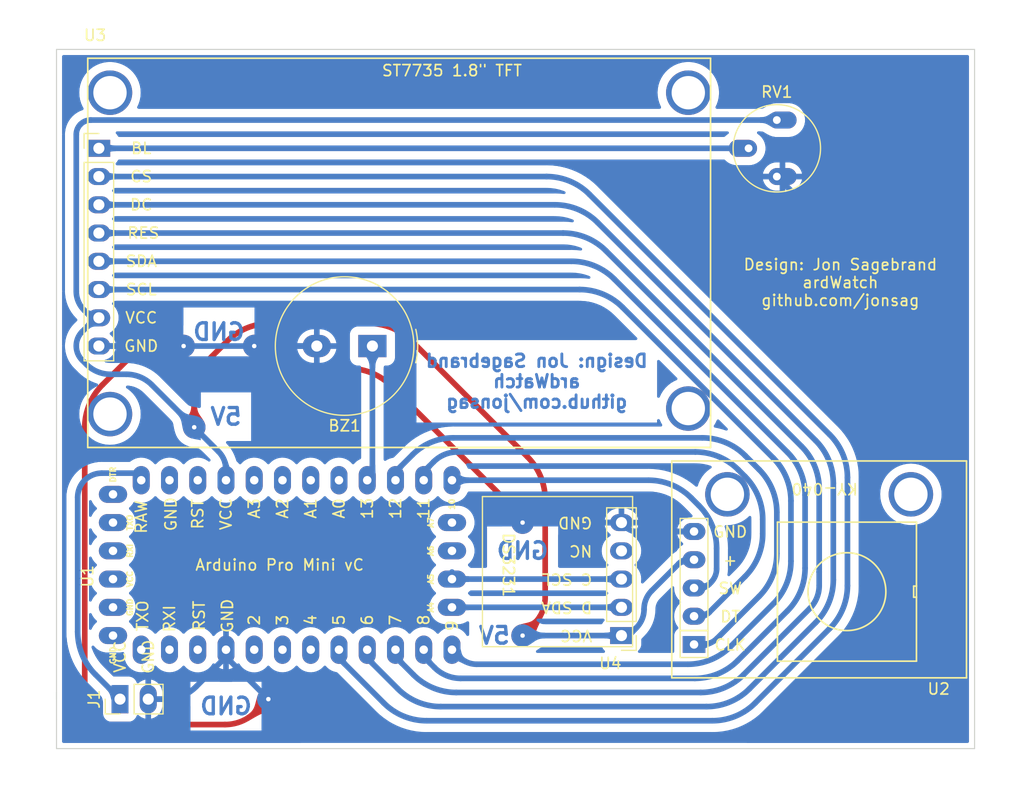
<source format=kicad_pcb>
(kicad_pcb (version 20211014) (generator pcbnew)
  (layers (0 "F.Cu" signal) (31 "B.Cu" signal) (34 "B.Paste" user) (35 "F.Paste" user) (36 "B.SilkS" user "B.Silkscreen") (37 "F.SilkS" user "F.Silkscreen") (38 "B.Mask" user) (39 "F.Mask" user) (44 "Edge.Cuts" user))
  (net 0 "")
  (net 1 "GND")
  (net 4 "VCC")
  (net 7 "+5V")
  (net 21 "SDA")
  (net 23 "SCL")
  (net 27 "Net-(U1-Pad21)")
  (net 28 "Net-(U1-Pad22)")
  (net 29 "Net-(U1-Pad23)")
  (net 30 "Net-(U1-Pad24)")
  (net 31 "Net-(U1-Pad8)")
  (net 32 "Net-(U1-Pad9)")
  (net 33 "Net-(U1-Pad10)")
  (net 34 "Net-(U1-Pad11)")
  (net 35 "Net-(U1-Pad12)")
  (net 36 "Net-(U3-Pad1)")
  (footprint "My_Parts:DS3231_RTC_module_large" (layer "F.Cu") (at 127 102.235 180)
    (fp_text reference "U4")
    (fp_text value "DS3231_RTC_module" hide)
  )
  (footprint "My_Arduino:Arduino_Pro_Mini_vC_larger_pads" (layer "F.Cu") (at 83.82 103.505 90)
    (fp_text reference "U1")
    (fp_text value "Arduino_Mini_Pro" hide)
  )
  (footprint "My_Parts:KY-040_rotary_encoder module_w_header_large" (layer "F.Cu") (at 133.525 103.035 180)
    (fp_text reference "U2")
    (fp_text value "KY-040_Rotary_Encoder" hide)
  )
  (footprint "My_Misc:Buzzer_TDK_PS1240P02BT_D12.2mm_H6.5mm_large" (layer "F.Cu") (at 104.605785 76.2 180)
    (fp_text reference "BZ1")
    (fp_text value "Buzzer")
  )
  (footprint "My_Headers:2-pin_power_input_header_larger_pads" (layer "F.Cu") (at 81.91 107.95 90)
    (fp_text reference "J1")
    (fp_text value "2-pin_power_input_header" hide)
  )
  (footprint "My_Parts:ST7735_1.8_TFT_display_128x160_large" (layer "F.Cu") (at 80.01 58.42)
    (fp_text reference "U3")
    (fp_text value "ST7735_1.8\"_TFT_128x160" hide)
  )
  (footprint "My_Misc:Potentiometer_Bourns_3339P_Vertical_large" (layer "F.Cu") (at 140.97 60.96)
    (fp_text reference "RV1")
    (fp_text value "Backlight")
  )
  (gr_line (start 153.67 49.53) (end 158.75 49.53) (layer "Edge.Cuts") (width 0.1))
  (gr_line (start 142.24 49.53) (end 153.67 49.53) (layer "Edge.Cuts") (width 0.1))
  (gr_line (start 76.2 109.855) (end 76.2 107.315) (layer "Edge.Cuts") (width 0.1))
  (gr_line (start 142.24 49.53) (end 76.2 49.53) (layer "Edge.Cuts") (width 0.1))
  (gr_line (start 76.2 112.395) (end 76.2 109.855) (layer "Edge.Cuts") (width 0.1))
  (gr_line (start 158.75 49.53) (end 158.75 112.395) (layer "Edge.Cuts") (width 0.1))
  (gr_line (start 76.2 49.53) (end 76.2 107.95) (layer "Edge.Cuts") (width 0.1))
  (gr_line (start 158.75 112.395) (end 76.2 112.395) (layer "Edge.Cuts") (width 0.1))
  (gr_text "GND" (at 118.11 94.615) (layer "B.Cu") (effects (font (size 1.5 1.5) (thickness 0.3)) (justify mirror)))
  (gr_text "5V" (at 115.57 102.235) (layer "B.Cu") (effects (font (size 1.5 1.5) (thickness 0.3)) (justify mirror)))
  (gr_text "GND" (at 91.44 108.585) (layer "B.Cu") (effects (font (size 1.5 1.5) (thickness 0.3)) (justify mirror)))
  (gr_text "5V" (at 91.44 82.55) (layer "B.Cu") (effects (font (size 1.5 1.5) (thickness 0.3)) (justify mirror)))
  (gr_text "GND" (at 90.805 74.93) (layer "B.Cu") (effects (font (size 1.5 1.5) (thickness 0.3)) (justify mirror)))
  (gr_text "Design: Jon Sagebrand\nardWatch\ngithub.com/jonsag" (at 119.38 79.375) (layer "B.Cu") (effects (font (size 1.143 1.143) (thickness 0.254)) (justify mirror)))
  (gr_text "Design: Jon Sagebrand\nardWatch\ngithub.com/jonsag" (at 146.685 70.485) (layer "F.SilkS") (effects (font (size 1 1))))
  (segment (start 102.478339 78.215511) (end 97.420692 78.215511) (width 0.508) (layer "F.Cu") (net 1))
  (segment (start 85.725 76.2) (end 87.63 76.2) (width 0.508) (layer "F.Cu") (net 1))
  (segment (start 106.326095 79.809303) (end 117.93966 91.422868) (width 0.508) (layer "F.Cu") (net 1))
  (segment (start 78.74 83.533963) (end 78.74 108.501925) (width 0.508) (layer "F.Cu") (net 1))
  (segment (start 94.107244 109.092755) (end 95.25 107.95) (width 0.508) (layer "F.Cu") (net 1))
  (segment (start 91.348388 110.235511) (end 80.473585 110.235511) (width 0.508) (layer "F.Cu") (net 1))
  (segment (start 80.333792 79.686206) (end 82.472961 77.547038) (width 0.508) (layer "F.Cu") (net 1))
  (segment (start 93.98 76.2) (end 94.987755 77.207755) (width 0.508) (layer "F.Cu") (net 1))
  (segment (start 118.11 92.075) (end 118.11 91.834104) (width 0.508) (layer "F.Cu") (net 1))
  (via (at 93.98 76.2) (size 2.032) (drill 0.4) (layers "F.Cu" "B.Cu") (net 1))
  (via (at 95.25 107.95) (size 2.032) (drill 0.4) (layers "F.Cu" "B.Cu") (net 1))
  (via (at 118.11 92.075) (size 2.032) (drill 0.4) (layers "F.Cu" "B.Cu") (net 1))
  (via (at 87.63 76.2) (size 2.032) (drill 0.4) (layers "F.Cu" "B.Cu") (net 1))
  (arc (start 85.725 76.2) (mid 83.965009 76.550083) (end 82.472961 77.547038) (width 0.508) (layer "F.Cu") (net 1))
  (arc (start 106.326095 79.809303) (mid 104.560729 78.629724) (end 102.478339 78.215511) (width 0.508) (layer "F.Cu") (net 1))
  (arc (start 117.93966 91.422868) (mid 118.06573 91.611544) (end 118.11 91.834104) (width 0.508) (layer "F.Cu") (net 1))
  (arc (start 79.247755 109.727755) (mid 79.81017 110.103549) (end 80.473585 110.235511) (width 0.508) (layer "F.Cu") (net 1))
  (arc (start 80.333792 79.686206) (mid 79.154213 81.451572) (end 78.74 83.533963) (width 0.508) (layer "F.Cu") (net 1))
  (arc (start 78.74 108.501925) (mid 78.871961 109.165339) (end 79.247755 109.727755) (width 0.508) (layer "F.Cu") (net 1))
  (arc (start 94.107244 109.092755) (mid 92.84147 109.938518) (end 91.348388 110.235511) (width 0.508) (layer "F.Cu") (net 1))
  (arc (start 94.987755 77.207755) (mid 96.103996 77.953603) (end 97.420692 78.215511) (width 0.508) (layer "F.Cu") (net 1))
  (segment (start 95.25 107.95) (end 96.866318 109.566318) (width 0.508) (layer "B.Cu") (net 1))
  (segment (start 139.550169 109.566318) (end 146.996207 102.12028) (width 0.508) (layer "B.Cu") (net 1))
  (segment (start 95.25 107.95) (end 91.889012 104.589012) (width 0.508) (layer "B.Cu") (net 1))
  (segment (start 146.996207 66.986207) (end 140.97 60.96) (width 0.508) (layer "B.Cu") (net 1))
  (segment (start 86.04 107.95) (end 84.45 107.95) (width 0.508) (layer "B.Cu") (net 1))
  (segment (start 135.702413 111.160111) (end 100.714074 111.160111) (width 0.508) (layer "B.Cu") (net 1))
  (segment (start 128.365685 92.875) (end 133.525 92.875) (width 0.508) (layer "B.Cu") (net 1))
  (segment (start 88.754299 106.8257) (end 90.990987 104.589012) (width 0.508) (layer "B.Cu") (net 1))
  (segment (start 93.98 76.2) (end 99.605785 76.2) (width 0.508) (layer "B.Cu") (net 1))
  (segment (start 91.44 103.505) (end 91.44 102.87) (width 0.508) (layer "B.Cu") (net 1))
  (segment (start 148.59 98.272524) (end 148.59 70.833963) (width 0.508) (layer "B.Cu") (net 1))
  (segment (start 87.63 76.2) (end 80.01 76.2) (width 0.508) (layer "B.Cu") (net 1))
  (segment (start 93.98 76.2) (end 87.63 76.2) (width 0.508) (layer "B.Cu") (net 1))
  (segment (start 118.11 92.075) (end 126.434314 92.075) (width 0.508) (layer "B.Cu") (net 1))
  (arc (start 91.889012 104.589012) (mid 91.439999 104.403025) (end 90.990987 104.589012) (width 0.508) (layer "B.Cu") (net 1))
  (arc (start 96.866318 109.566318) (mid 98.631683 110.745897) (end 100.714074 111.160111) (width 0.508) (layer "B.Cu") (net 1))
  (arc (start 90.990987 104.589012) (mid 91.323305 104.091663) (end 91.44 103.505) (width 0.508) (layer "B.Cu") (net 1))
  (arc (start 127.4 92.475) (mid 126.956939 92.178956) (end 126.434314 92.075) (width 0.508) (layer "B.Cu") (net 1))
  (arc (start 139.550169 109.566318) (mid 137.784803 110.745897) (end 135.702413 111.160111) (width 0.508) (layer "B.Cu") (net 1))
  (arc (start 146.996207 66.986207) (mid 148.175786 68.751572) (end 148.59 70.833963) (width 0.508) (layer "B.Cu") (net 1))
  (arc (start 148.59 98.272524) (mid 148.175786 100.354914) (end 146.996207 102.12028) (width 0.508) (layer "B.Cu") (net 1))
  (arc (start 127.4 92.475) (mid 127.84306 92.771043) (end 128.365685 92.875) (width 0.508) (layer "B.Cu") (net 1))
  (arc (start 88.754299 106.8257) (mid 87.508968 107.657803) (end 86.04 107.95) (width 0.508) (layer "B.Cu") (net 1))
  (arc (start 91.44 103.505) (mid 91.556694 104.091663) (end 91.889012 104.589012) (width 0.508) (layer "B.Cu") (net 1))
  (segment (start 80.273025 87.63) (end 83.185 87.63) (width 0.508) (layer "B.Cu") (net 4))
  (segment (start 78.105 89.798025) (end 78.105 101.886036) (width 0.508) (layer "B.Cu") (net 4))
  (segment (start 81.91 107.9475) (end 81.91 107.95) (width 0.508) (layer "B.Cu") (net 4))
  (segment (start 81.908232 107.943232) (end 79.698792 105.733792) (width 0.508) (layer "B.Cu") (net 4))
  (arc (start 78.74 88.265) (mid 78.270031 88.968357) (end 78.105 89.798025) (width 0.508) (layer "B.Cu") (net 4))
  (arc (start 80.273025 87.63) (mid 79.443357 87.795031) (end 78.74 88.265) (width 0.508) (layer "B.Cu") (net 4))
  (arc (start 78.105 101.886036) (mid 78.519213 103.968426) (end 79.698792 105.733792) (width 0.508) (layer "B.Cu") (net 4))
  (arc (start 81.908232 107.943232) (mid 81.90954 107.94519) (end 81.91 107.9475) (width 0.508) (layer "B.Cu") (net 4))
  (segment (start 118.11 102.235) (end 119.125755 101.219244) (width 0.508) (layer "F.Cu") (net 7))
  (segment (start 88.5825 80.978472) (end 88.5825 83.5025) (width 0.508) (layer "F.Cu") (net 7))
  (segment (start 91.544726 75.762281) (end 90.176292 77.130716) (width 0.508) (layer "F.Cu") (net 7))
  (segment (start 120.141511 90.010474) (end 120.141511 98.766993) (width 0.508) (layer "F.Cu") (net 7))
  (segment (start 118.547718 86.162718) (end 108.147281 75.762281) (width 0.508) (layer "F.Cu") (net 7))
  (segment (start 95.392483 74.168489) (end 104.299525 74.168489) (width 0.508) (layer "F.Cu") (net 7))
  (via (at 88.5825 83.5025) (size 2.032) (drill 0.4) (layers "F.Cu" "B.Cu") (net 7))
  (via (at 118.11 102.235) (size 2.032) (drill 0.4) (layers "F.Cu" "B.Cu") (net 7))
  (arc (start 118.547718 86.162718) (mid 119.727297 87.928083) (end 120.141511 90.010474) (width 0.508) (layer "F.Cu") (net 7))
  (arc (start 108.147281 75.762281) (mid 106.381915 74.582702) (end 104.299525 74.168489) (width 0.508) (layer "F.Cu") (net 7))
  (arc (start 95.392483 74.168489) (mid 93.310092 74.582702) (end 91.544726 75.762281) (width 0.508) (layer "F.Cu") (net 7))
  (arc (start 90.176292 77.130716) (mid 88.996713 78.896081) (end 88.5825 80.978472) (width 0.508) (layer "F.Cu") (net 7))
  (arc (start 120.141511 98.766993) (mid 119.877524 100.094141) (end 119.125755 101.219244) (width 0.508) (layer "F.Cu") (net 7))
  (segment (start 129.719534 98.204464) (end 132.149789 95.77421) (width 0.508) (layer "B.Cu") (net 7))
  (segment (start 128.343504 101.526494) (end 127.859506 102.010493) (width 0.508) (layer "B.Cu") (net 7))
  (segment (start 81.057636 78.74) (end 82.472961 78.74) (width 0.508) (layer "B.Cu") (net 7))
  (segment (start 91.44 87.3125) (end 91.44 88.265) (width 0.508) (layer "B.Cu") (net 7))
  (segment (start 133.017 95.415) (end 133.525 95.415) (width 0.508) (layer "B.Cu") (net 7))
  (segment (start 78.67674 72.96174) (end 79.375 73.66) (width 0.508) (layer "B.Cu") (net 7))
  (segment (start 86.6775 81.5975) (end 88.5825 83.5025) (width 0.508) (layer "B.Cu") (net 7))
  (segment (start 127.3175 102.235) (end 126.6825 102.235) (width 0.508) (layer "B.Cu") (net 7))
  (segment (start 90.76648 85.68648) (end 88.5825 83.5025) (width 0.508) (layer "B.Cu") (net 7))
  (segment (start 78.508368 74.90763) (end 79.666197 73.749802) (width 0.508) (layer "B.Cu") (net 7))
  (segment (start 78.508368 77.46616) (end 78.880344 77.838136) (width 0.508) (layer "B.Cu") (net 7))
  (segment (start 77.97848 57.181665) (end 77.97848 71.275991) (width 0.508) (layer "B.Cu") (net 7))
  (segment (start 84.7725 79.6925) (end 86.6775 81.5975) (width 0.508) (layer "B.Cu") (net 7))
  (segment (start 79.280145 55.88) (end 140.97 55.88) (width 0.508) (layer "B.Cu") (net 7))
  (segment (start 79.883 73.66) (end 80.01 73.66) (width 0.508) (layer "B.Cu") (net 7))
  (segment (start 118.11 102.235) (end 126.6825 102.235) (width 0.508) (layer "B.Cu") (net 7))
  (arc (start 129.719534 98.204464) (mid 129.210329 98.966544) (end 129.03152 99.86548) (width 0.508) (layer "B.Cu") (net 7))
  (arc (start 79.280145 55.88) (mid 78.782019 55.979083) (end 78.359729 56.261249) (width 0.508) (layer "B.Cu") (net 7))
  (arc (start 78.359729 56.261249) (mid 78.077563 56.683539) (end 77.97848 57.181665) (width 0.508) (layer "B.Cu") (net 7))
  (arc (start 79.883 73.66) (mid 79.765667 73.683338) (end 79.666197 73.749802) (width 0.508) (layer "B.Cu") (net 7))
  (arc (start 127.859506 102.010493) (mid 127.610831 102.176652) (end 127.3175 102.235) (width 0.508) (layer "B.Cu") (net 7))
  (arc (start 77.97848 71.275991) (mid 78.159951 72.188311) (end 78.67674 72.96174) (width 0.508) (layer "B.Cu") (net 7))
  (arc (start 84.7725 79.6925) (mid 83.717462 78.987546) (end 82.472961 78.74) (width 0.508) (layer "B.Cu") (net 7))
  (arc (start 129.03152 99.86548) (mid 128.85271 100.764414) (end 128.343504 101.526494) (width 0.508) (layer "B.Cu") (net 7))
  (arc (start 78.508368 74.90763) (mid 78.116193 75.494562) (end 77.97848 76.186896) (width 0.508) (layer "B.Cu") (net 7))
  (arc (start 90.76648 85.68648) (mid 91.264957 86.432504) (end 91.44 87.3125) (width 0.508) (layer "B.Cu") (net 7))
  (arc (start 77.97848 76.186896) (mid 78.116193 76.879228) (end 78.508368 77.46616) (width 0.508) (layer "B.Cu") (net 7))
  (arc (start 78.880344 77.838136) (mid 79.879294 78.505613) (end 81.057636 78.74) (width 0.508) (layer "B.Cu") (net 7))
  (arc (start 133.017 95.415) (mid 132.547669 95.508355) (end 132.149789 95.77421) (width 0.508) (layer "B.Cu") (net 7))
  (segment (start 111.76 99.695) (end 127 99.695) (width 0.508) (layer "B.Cu") (net 21))
  (segment (start 112.0775 97.155) (end 127 97.155) (width 0.508) (layer "B.Cu") (net 23))
  (segment (start 111.76 96.8375) (end 111.76 96.52) (width 0.508) (layer "B.Cu") (net 23))
  (arc (start 111.76 96.8375) (mid 111.852993 97.062006) (end 112.0775 97.155) (width 0.508) (layer "B.Cu") (net 23))
  (segment (start 104.372892 88.032107) (end 104.14 88.265) (width 0.508) (layer "B.Cu") (net 27))
  (segment (start 104.605785 87.469855) (end 104.605785 76.2) (width 0.508) (layer "B.Cu") (net 27))
  (arc (start 104.605785 87.469855) (mid 104.545258 87.774143) (end 104.372892 88.032107) (width 0.508) (layer "B.Cu") (net 27))
  (segment (start 108.203999 85.978999) (end 106.949407 87.233592) (width 0.508) (layer "B.Cu") (net 28))
  (segment (start 135.587815 102.496184) (end 139.375727 98.708272) (width 0.508) (layer "B.Cu") (net 28))
  (segment (start 138.118792 86.048792) (end 139.375727 87.305727) (width 0.508) (layer "B.Cu") (net 28))
  (segment (start 134.271036 84.455) (end 111.883261 84.455) (width 0.508) (layer "B.Cu") (net 28))
  (segment (start 140.96952 94.860516) (end 140.96952 91.153483) (width 0.508) (layer "B.Cu") (net 28))
  (segment (start 106.68 87.884) (end 106.68 88.265) (width 0.508) (layer "B.Cu") (net 28))
  (segment (start 134.287 103.035) (end 133.525 103.035) (width 0.508) (layer "B.Cu") (net 28))
  (arc (start 111.883261 84.455) (mid 109.892059 84.851074) (end 108.203999 85.978999) (width 0.508) (layer "B.Cu") (net 28))
  (arc (start 135.587815 102.496184) (mid 134.990996 102.894966) (end 134.287 103.035) (width 0.508) (layer "B.Cu") (net 28))
  (arc (start 138.118792 86.048792) (mid 136.353426 84.869213) (end 134.271036 84.455) (width 0.508) (layer "B.Cu") (net 28))
  (arc (start 139.375727 87.305727) (mid 140.555306 89.071092) (end 140.96952 91.153483) (width 0.508) (layer "B.Cu") (net 28))
  (arc (start 106.949407 87.233592) (mid 106.750016 87.532001) (end 106.68 87.884) (width 0.508) (layer "B.Cu") (net 28))
  (arc (start 140.96952 94.860516) (mid 140.555306 96.942906) (end 139.375727 98.708272) (width 0.508) (layer "B.Cu") (net 28))
  (segment (start 109.489407 87.233592) (end 110.109 86.614) (width 0.508) (layer "B.Cu") (net 29))
  (segment (start 133.64869 85.725) (end 112.255235 85.725) (width 0.508) (layer "B.Cu") (net 29))
  (segment (start 134.90021 100.135789) (end 138.106207 96.929792) (width 0.508) (layer "B.Cu") (net 29))
  (segment (start 138.106207 87.928553) (end 137.496446 87.318792) (width 0.508) (layer "B.Cu") (net 29))
  (segment (start 134.033 100.495) (end 133.525 100.495) (width 0.508) (layer "B.Cu") (net 29))
  (segment (start 139.7 93.082036) (end 139.7 91.776309) (width 0.508) (layer "B.Cu") (net 29))
  (segment (start 109.22 87.884) (end 109.22 88.265) (width 0.508) (layer "B.Cu") (net 29))
  (arc (start 138.106207 87.928553) (mid 139.285786 89.693918) (end 139.7 91.776309) (width 0.508) (layer "B.Cu") (net 29))
  (arc (start 134.90021 100.135789) (mid 134.50233 100.401644) (end 134.033 100.495) (width 0.508) (layer "B.Cu") (net 29))
  (arc (start 137.496446 87.318792) (mid 135.73108 86.139213) (end 133.64869 85.725) (width 0.508) (layer "B.Cu") (net 29))
  (arc (start 109.489407 87.233592) (mid 109.290016 87.532001) (end 109.22 87.884) (width 0.508) (layer "B.Cu") (net 29))
  (arc (start 112.255235 85.725) (mid 111.093701 85.956043) (end 110.109 86.614) (width 0.508) (layer "B.Cu") (net 29))
  (arc (start 139.7 93.082036) (mid 139.285786 95.164426) (end 138.106207 96.929792) (width 0.508) (layer "B.Cu") (net 29))
  (segment (start 134.033 97.955) (end 133.525 97.955) (width 0.508) (layer "B.Cu") (net 30))
  (segment (start 133.962727 90.544935) (end 133.276584 89.858792) (width 0.508) (layer "B.Cu") (net 30))
  (segment (start 135.55652 94.392691) (end 135.55652 96.221398) (width 0.508) (layer "B.Cu") (net 30))
  (segment (start 129.428828 88.265) (end 111.76 88.265) (width 0.508) (layer "B.Cu") (net 30))
  (segment (start 135.048759 97.447239) (end 134.90021 97.595789) (width 0.508) (layer "B.Cu") (net 30))
  (arc (start 133.962727 90.544935) (mid 135.142306 92.3103) (end 135.55652 94.392691) (width 0.508) (layer "B.Cu") (net 30))
  (arc (start 134.90021 97.595789) (mid 134.50233 97.861644) (end 134.033 97.955) (width 0.508) (layer "B.Cu") (net 30))
  (arc (start 135.55652 96.221398) (mid 135.424557 96.884818) (end 135.048759 97.447239) (width 0.508) (layer "B.Cu") (net 30))
  (arc (start 133.276584 89.858792) (mid 131.511218 88.679213) (end 129.428828 88.265) (width 0.508) (layer "B.Cu") (net 30))
  (segment (start 101.6 103.886) (end 101.6 103.505) (width 0.508) (layer "B.Cu") (net 31))
  (segment (start 147.32 97.747152) (end 147.32 88.014821) (width 0.508) (layer "B.Cu") (net 31))
  (segment (start 120.265178 60.96) (end 80.01 60.96) (width 0.508) (layer "B.Cu") (net 31))
  (segment (start 105.629798 108.296798) (end 101.869407 104.536407) (width 0.508) (layer "B.Cu") (net 31))
  (segment (start 145.726207 101.594908) (end 139.024317 108.296798) (width 0.508) (layer "B.Cu") (net 31))
  (segment (start 109.477554 109.890591) (end 135.176561 109.890591) (width 0.508) (layer "B.Cu") (net 31))
  (segment (start 124.112934 62.553792) (end 145.726207 84.167065) (width 0.508) (layer "B.Cu") (net 31))
  (arc (start 124.112934 62.553792) (mid 122.347568 61.374213) (end 120.265178 60.96) (width 0.508) (layer "B.Cu") (net 31))
  (arc (start 145.726207 84.167065) (mid 146.905786 85.93243) (end 147.32 88.014821) (width 0.508) (layer "B.Cu") (net 31))
  (arc (start 147.32 97.747152) (mid 146.905786 99.829542) (end 145.726207 101.594908) (width 0.508) (layer "B.Cu") (net 31))
  (arc (start 139.024317 108.296798) (mid 137.258951 109.476377) (end 135.176561 109.890591) (width 0.508) (layer "B.Cu") (net 31))
  (arc (start 101.6 103.886) (mid 101.670016 104.237997) (end 101.869407 104.536407) (width 0.508) (layer "B.Cu") (net 31))
  (arc (start 105.629798 108.296798) (mid 107.395163 109.476377) (end 109.477554 109.890591) (width 0.508) (layer "B.Cu") (net 31))
  (segment (start 104.409407 104.536407) (end 106.900278 107.027278) (width 0.508) (layer "B.Cu") (net 32))
  (segment (start 144.455727 101.070016) (end 138.498465 107.027278) (width 0.508) (layer "B.Cu") (net 32))
  (segment (start 144.455727 84.691957) (end 124.857562 65.093792) (width 0.508) (layer "B.Cu") (net 32))
  (segment (start 110.748034 108.621071) (end 134.650709 108.621071) (width 0.508) (layer "B.Cu") (net 32))
  (segment (start 104.14 103.886) (end 104.14 103.505) (width 0.508) (layer "B.Cu") (net 32))
  (segment (start 121.009806 63.5) (end 80.01 63.5) (width 0.508) (layer "B.Cu") (net 32))
  (segment (start 146.04952 88.539713) (end 146.04952 97.22226) (width 0.508) (layer "B.Cu") (net 32))
  (arc (start 124.857562 65.093792) (mid 123.092196 63.914213) (end 121.009806 63.5) (width 0.508) (layer "B.Cu") (net 32))
  (arc (start 106.900278 107.027278) (mid 108.665643 108.206857) (end 110.748034 108.621071) (width 0.508) (layer "B.Cu") (net 32))
  (arc (start 138.498465 107.027278) (mid 136.733099 108.206857) (end 134.650709 108.621071) (width 0.508) (layer "B.Cu") (net 32))
  (arc (start 104.14 103.886) (mid 104.210016 104.237997) (end 104.409407 104.536407) (width 0.508) (layer "B.Cu") (net 32))
  (arc (start 146.04952 97.22226) (mid 145.635306 99.30465) (end 144.455727 101.070016) (width 0.508) (layer "B.Cu") (net 32))
  (arc (start 144.455727 84.691957) (mid 145.635306 86.457322) (end 146.04952 88.539713) (width 0.508) (layer "B.Cu") (net 32))
  (segment (start 143.920733 99.809638) (end 137.972613 105.757758) (width 0.508) (layer "B.Cu") (net 33))
  (segment (start 121.754434 66.04) (end 80.01 66.04) (width 0.508) (layer "B.Cu") (net 33))
  (segment (start 144.77952 89.065085) (end 144.77952 96.51918) (width 0.508) (layer "B.Cu") (net 33))
  (segment (start 125.60219 67.633792) (end 143.185727 85.217329) (width 0.508) (layer "B.Cu") (net 33))
  (segment (start 144.78 97.735186) (end 144.78 96.520339) (width 0.508) (layer "B.Cu") (net 33))
  (segment (start 112.145514 107.351551) (end 134.124857 107.351551) (width 0.508) (layer "B.Cu") (net 33))
  (segment (start 108.297758 105.757758) (end 106.68 104.14) (width 0.508) (layer "B.Cu") (net 33))
  (arc (start 144.78 97.735186) (mid 144.556683 98.857871) (end 143.920733 99.809638) (width 0.508) (layer "B.Cu") (net 33))
  (arc (start 125.60219 67.633792) (mid 123.836824 66.454213) (end 121.754434 66.04) (width 0.508) (layer "B.Cu") (net 33))
  (arc (start 137.972613 105.757758) (mid 136.207247 106.937337) (end 134.124857 107.351551) (width 0.508) (layer "B.Cu") (net 33))
  (arc (start 108.297758 105.757758) (mid 110.063123 106.937337) (end 112.145514 107.351551) (width 0.508) (layer "B.Cu") (net 33))
  (arc (start 144.77952 96.51918) (mid 144.779582 96.519494) (end 144.77976 96.51976) (width 0.508) (layer "B.Cu") (net 33))
  (arc (start 144.77976 96.51976) (mid 144.779937 96.520025) (end 144.78 96.520339) (width 0.508) (layer "B.Cu") (net 33))
  (arc (start 143.185727 85.217329) (mid 144.365306 86.982694) (end 144.77952 89.065085) (width 0.508) (layer "B.Cu") (net 33))
  (segment (start 143.51 89.590937) (end 143.51 96.171036) (width 0.508) (layer "B.Cu") (net 34))
  (segment (start 122.499062 68.58) (end 80.01 68.58) (width 0.508) (layer "B.Cu") (net 34))
  (segment (start 137.446761 104.488238) (end 141.916207 100.018792) (width 0.508) (layer "B.Cu") (net 34))
  (segment (start 126.346818 70.173792) (end 141.916207 85.743181) (width 0.508) (layer "B.Cu") (net 34))
  (segment (start 109.22 103.8225) (end 109.22 103.505) (width 0.508) (layer "B.Cu") (net 34))
  (segment (start 110.191015 105.111015) (end 109.444506 104.364506) (width 0.508) (layer "B.Cu") (net 34))
  (segment (start 112.535254 106.082031) (end 133.599005 106.082031) (width 0.508) (layer "B.Cu") (net 34))
  (arc (start 109.22 103.8225) (mid 109.278347 104.115831) (end 109.444506 104.364506) (width 0.508) (layer "B.Cu") (net 34))
  (arc (start 126.346818 70.173792) (mid 124.581452 68.994213) (end 122.499062 68.58) (width 0.508) (layer "B.Cu") (net 34))
  (arc (start 141.916207 85.743181) (mid 143.095786 87.508546) (end 143.51 89.590937) (width 0.508) (layer "B.Cu") (net 34))
  (arc (start 110.191015 105.111015) (mid 111.266561 105.829672) (end 112.535254 106.082031) (width 0.508) (layer "B.Cu") (net 34))
  (arc (start 143.51 96.171036) (mid 143.095786 98.253426) (end 141.916207 100.018792) (width 0.508) (layer "B.Cu") (net 34))
  (arc (start 137.446761 104.488238) (mid 135.681395 105.667817) (end 133.599005 106.082031) (width 0.508) (layer "B.Cu") (net 34))
  (segment (start 113.99206 104.812511) (end 132.963525 104.812511) (width 0.508) (layer "B.Cu") (net 35))
  (segment (start 123.24369 71.12) (end 80.01 71.12) (width 0.508) (layer "B.Cu") (net 35))
  (segment (start 140.645247 99.384752) (end 136.811281 103.218718) (width 0.508) (layer "B.Cu") (net 35))
  (segment (start 140.645247 86.267593) (end 127.091446 72.713792) (width 0.508) (layer "B.Cu") (net 35))
  (segment (start 112.413755 104.158755) (end 111.76 103.505) (width 0.508) (layer "B.Cu") (net 35))
  (segment (start 142.23904 90.115349) (end 142.23904 95.536996) (width 0.508) (layer "B.Cu") (net 35))
  (arc (start 112.413755 104.158755) (mid 113.137887 104.642605) (end 113.99206 104.812511) (width 0.508) (layer "B.Cu") (net 35))
  (arc (start 142.23904 95.536996) (mid 141.824826 97.619386) (end 140.645247 99.384752) (width 0.508) (layer "B.Cu") (net 35))
  (arc (start 136.811281 103.218718) (mid 135.045915 104.398297) (end 132.963525 104.812511) (width 0.508) (layer "B.Cu") (net 35))
  (arc (start 127.091446 72.713792) (mid 125.32608 71.534213) (end 123.24369 71.12) (width 0.508) (layer "B.Cu") (net 35))
  (arc (start 140.645247 86.267593) (mid 141.824826 88.032958) (end 142.23904 90.115349) (width 0.508) (layer "B.Cu") (net 35))
  (segment (start 138.43 58.42) (end 80.01 58.42) (width 0.508) (layer "B.Cu") (net 36))
  (zone (net 7) (net_name "+5V") (layer "F.Cu") (priority 16962) (connect_pads yes (clearance 0)) (min_thickness 0.0254) (fill yes (thermal_gap 0.508) (thermal_bridge_width 0.508))
    (polygon (pts (xy 88.3285 81.4765) (xy 88.318756 81.71118) (xy 88.290922 81.906271) (xy 88.24709 82.070254) (xy 88.189352 82.211612) (xy 88.119802 82.338826) (xy 88.040531 82.46038) (xy 87.953633 82.584755) (xy 87.861199 82.720435) (xy 87.765324 82.875901) (xy 87.6681 83.059636) (xy 88.5825 84.0105) (xy 89.4969 83.059636) (xy 89.399675 82.875901) (xy 89.3038 82.720435) (xy 89.211366 82.584755) (xy 89.124468 82.46038) (xy 89.045197 82.338826) (xy 88.975647 82.211612) (xy 88.917909 82.070254) (xy 88.874077 81.906271) (xy 88.846243 81.71118) (xy 88.8365 81.4765)))
  )
  (zone (net 1) (net_name "GND") (layer "F.Cu") (priority 16962) (connect_pads yes (clearance 0)) (min_thickness 0.0254) (fill yes (thermal_gap 0.508) (thermal_bridge_width 0.508))
    (polygon (pts (xy 84.772899 76.559595) (xy 85.108074 76.496546) (xy 85.395291 76.468159) (xy 85.644723 76.471312) (xy 85.866539 76.502886) (xy 86.070912 76.55976) (xy 86.268014 76.638812) (xy 86.468016 76.736923) (xy 86.681089 76.850972) (xy 86.917405 76.977837) (xy 87.187136 77.1144) (xy 88.138 76.2) (xy 87.187136 75.2856) (xy 86.900775 75.420876) (xy 86.652468 75.530436) (xy 86.43076 75.619136) (xy 86.224199 75.691833) (xy 86.021333 75.753384) (xy 85.810709 75.808646) (xy 85.580875 75.862476) (xy 85.320378 75.91973) (xy 85.017766 75.985266) (xy 84.661587 76.063941)))
  )
  (zone (net 7) (net_name "+5V") (layer "F.Cu") (priority 16962) (connect_pads yes (clearance 0)) (min_thickness 0.0254) (fill yes (thermal_gap 0.508) (thermal_bridge_width 0.508))
    (polygon (pts (xy 119.505639 100.286491) (xy 119.364825 100.519781) (xy 119.223285 100.699122) (xy 119.078617 100.833545) (xy 118.928418 100.932078) (xy 118.770287 101.003752) (xy 118.601821 101.057597) (xy 118.420619 101.102641) (xy 118.224278 101.147914) (xy 118.010397 101.202447) (xy 117.776574 101.27527) (xy 117.750791 102.59421) (xy 119.06973 102.568425) (xy 119.15715 102.31643) (xy 119.232622 102.100486) (xy 119.300705 101.911059) (xy 119.365957 101.738615) (xy 119.432935 101.573619) (xy 119.5062 101.406537) (xy 119.590308 101.227834) (xy 119.689819 101.027976) (xy 119.80929 100.797428) (xy 119.953281 100.526657)))
  )
  (zone (net 1) (net_name "GND") (layer "F.Cu") (priority 16962) (connect_pads yes (clearance 0)) (min_thickness 0.0254) (fill yes (thermal_gap 0.508) (thermal_bridge_width 0.508))
    (polygon (pts (xy 116.772935 90.615353) (xy 116.909911 90.766513) (xy 117.008788 90.906671) (xy 117.075113 91.039467) (xy 117.114435 91.168543) (xy 117.132303 91.297539) (xy 117.134265 91.430098) (xy 117.125869 91.56986) (xy 117.112663 91.720467) (xy 117.100198 91.885559) (xy 117.09402 92.06878) (xy 118.328628 92.533547) (xy 118.744788 91.281716) (xy 118.560749 91.145509) (xy 118.393638 91.041231) (xy 118.239003 90.959712) (xy 118.092396 90.891784) (xy 117.949367 90.828277) (xy 117.805466 90.760022) (xy 117.656242 90.677851) (xy 117.497248 90.572593) (xy 117.324032 90.43508) (xy 117.132145 90.256143)))
  )
  (zone (net 1) (net_name "GND") (layer "F.Cu") (priority 16962) (connect_pads yes (clearance 0)) (min_thickness 0.0254) (fill yes (thermal_gap 0.508) (thermal_bridge_width 0.508))
    (polygon (pts (xy 95.920646 77.586377) (xy 95.688544 77.446869) (xy 95.510272 77.30638) (xy 95.37681 77.162571) (xy 95.27914 77.013104) (xy 95.208244 76.855642) (xy 95.155104 76.687846) (xy 95.1107 76.50738) (xy 95.066016 76.311904) (xy 95.012032 76.099081) (xy 94.93973 75.866574) (xy 93.62079 75.84079) (xy 93.646574 77.15973) (xy 93.897494 77.246694) (xy 94.11257 77.321625) (xy 94.301291 77.389078) (xy 94.473147 77.453611) (xy 94.637626 77.519777) (xy 94.804219 77.592133) (xy 94.982416 77.675236) (xy 95.181705 77.773639) (xy 95.411576 77.8919) (xy 95.68152 78.034575)))
  )
  (zone (net 1) (net_name "GND") (layer "F.Cu") (priority 16962) (connect_pads yes (clearance 0)) (min_thickness 0.0254) (fill yes (thermal_gap 0.508) (thermal_bridge_width 0.508))
    (polygon (pts (xy 93.431206 109.929861) (xy 93.715555 109.765402) (xy 93.957154 109.627084) (xy 94.166272 109.510307) (xy 94.353182 109.410473) (xy 94.528153 109.322983) (xy 94.701457 109.243237) (xy 94.883365 109.166638) (xy 95.084149 109.088586) (xy 95.314078 109.004483) (xy 95.583425 108.90973) (xy 95.60921 107.590791) (xy 94.29027 107.616574) (xy 94.209227 107.871098) (xy 94.145953 108.101612) (xy 94.091259 108.311523) (xy 94.035953 108.504239) (xy 93.970845 108.683168) (xy 93.886744 108.851718) (xy 93.774459 109.013295) (xy 93.6248 109.171309) (xy 93.428576 109.329166) (xy 93.176596 109.490275)))
  )
  (zone (net 31) (net_name "Net-(U1-Pad8)") (layer "B.Cu") (priority 16962) (connect_pads yes (clearance 0)) (min_thickness 0.0254) (fill yes (thermal_gap 0.508) (thermal_bridge_width 0.508))
    (polygon (pts (xy 102.359842 104.667632) (xy 102.272213 104.566663) (xy 102.214935 104.471015) (xy 102.183766 104.378921) (xy 102.174466 104.288612) (xy 102.182793 104.19832) (xy 102.204505 104.106277) (xy 102.23536 104.010716) (xy 102.271118 103.909869) (xy 102.307537 103.801968) (xy 102.340375 103.685245) (xy 101.51975 103.132548) (xy 101.061185 104.043815) (xy 101.173806 104.157656) (xy 101.26965 104.256812) (xy 101.353451 104.345494) (xy 101.429944 104.427915) (xy 101.503866 104.508286) (xy 101.579951 104.590821) (xy 101.662935 104.679732) (xy 101.757553 104.77923) (xy 101.86854 104.893529) (xy 102.000632 105.026842)))
  )
  (zone (net 29) (net_name "Net-(U1-Pad23)") (layer "B.Cu") (priority 16962) (connect_pads yes (clearance 0)) (min_thickness 0.0254) (fill yes (thermal_gap 0.508) (thermal_bridge_width 0.508))
    (polygon (pts (xy 134.769232 99.907558) (xy 134.666765 99.993344) (xy 134.569558 100.042956) (xy 134.475947 100.061729) (xy 134.38427 100.054992) (xy 134.292863 100.028081) (xy 134.200063 99.986326) (xy 134.104207 99.935061) (xy 134.003632 99.879619) (xy 133.896675 99.825331) (xy 133.781674 99.777531) (xy 133.146198 100.535865) (xy 134.063815 101.033815) (xy 134.176921 100.92904) (xy 134.281423 100.847154) (xy 134.379994 100.781912) (xy 134.475305 100.727071) (xy 134.570032 100.676386) (xy 134.666846 100.623614) (xy 134.768421 100.56251) (xy 134.877429 100.48683) (xy 134.996545 100.39033) (xy 135.128441 100.266767)))
  )
  (zone (net 23) (net_name "SCL") (layer "B.Cu") (priority 16962) (connect_pads yes (clearance 0)) (min_thickness 0.0254) (fill yes (thermal_gap 0.508) (thermal_bridge_width 0.508))
    (polygon (pts (xy 125.478 97.409) (xy 125.652035 97.414759) (xy 125.798294 97.431396) (xy 125.922606 97.45795) (xy 126.030798 97.49346) (xy 126.128699 97.536966) (xy 126.222138 97.587506) (xy 126.316945 97.644121) (xy 126.418947 97.705848) (xy 126.533973 97.771728) (xy 126.667852 97.8408) (xy 127.381 97.155) (xy 126.667852 96.4692) (xy 126.533973 96.538271) (xy 126.418947 96.604151) (xy 126.316945 96.665878) (xy 126.222138 96.722493) (xy 126.128699 96.773033) (xy 126.030798 96.816539) (xy 125.922606 96.852049) (xy 125.798294 96.878603) (xy 125.652035 96.89524) (xy 125.478 96.901)))
  )
  (zone (net 27) (net_name "Net-(U1-Pad21)") (layer "B.Cu") (priority 16962) (connect_pads yes (clearance 0)) (min_thickness 0.0254) (fill yes (thermal_gap 0.508) (thermal_bridge_width 0.508))
    (polygon (pts (xy 104.351785 86.872377) (xy 104.34301 87.009777) (xy 104.317692 87.122337) (xy 104.277341 87.214337) (xy 104.223465 87.290059) (xy 104.157576 87.353786) (xy 104.081181 87.409799) (xy 103.99579 87.46238) (xy 103.902913 87.515811) (xy 103.80406 87.574373) (xy 103.70074 87.64235) (xy 103.955542 88.59837) (xy 104.902 88.265) (xy 104.900817 88.100926) (xy 104.897609 87.959663) (xy 104.892881 87.834724) (xy 104.88714 87.719623) (xy 104.880892 87.607874) (xy 104.874644 87.492989) (xy 104.868903 87.368484) (xy 104.864175 87.227871) (xy 104.860967 87.064664) (xy 104.859785 86.872377)))
  )
  (zone (net 7) (net_name "+5V") (layer "B.Cu") (priority 16962) (connect_pads yes (clearance 0)) (min_thickness 0.0254) (fill yes (thermal_gap 0.508) (thermal_bridge_width 0.508))
    (polygon (pts (xy 128.125363 101.385424) (xy 128.021529 101.47698) (xy 127.923697 101.539384) (xy 127.829861 101.57674) (xy 127.738014 101.593158) (xy 127.646153 101.592744) (xy 127.552271 101.579605) (xy 127.454362 101.557849) (xy 127.350422 101.531582) (xy 127.238445 101.504912) (xy 127.116426 101.481947) (xy 126.635752 102.346732) (xy 127.538815 102.773814) (xy 127.654025 102.656267) (xy 127.751031 102.552921) (xy 127.83494 102.459668) (xy 127.91086 102.372404) (xy 127.983896 102.287021) (xy 128.059157 102.199415) (xy 128.141748 102.105479) (xy 128.236776 102.001107) (xy 128.349349 101.882194) (xy 128.484574 101.744634)))
  )
  (zone (net 33) (net_name "Net-(U1-Pad10)") (layer "B.Cu") (priority 16962) (connect_pads yes (clearance 0)) (min_thickness 0.0254) (fill yes (thermal_gap 0.508) (thermal_bridge_width 0.508))
    (polygon (pts (xy 81.532 65.786) (xy 81.357964 65.78024) (xy 81.211705 65.763603) (xy 81.087393 65.737049) (xy 80.979201 65.701539) (xy 80.8813 65.658033) (xy 80.787861 65.607493) (xy 80.693054 65.550878) (xy 80.591052 65.489151) (xy 80.476026 65.423271) (xy 80.342148 65.3542) (xy 79.629 66.04) (xy 80.342148 66.7258) (xy 80.476026 66.656728) (xy 80.591052 66.590848) (xy 80.693054 66.529121) (xy 80.787861 66.472506) (xy 80.8813 66.421966) (xy 80.979201 66.37846) (xy 81.087393 66.34295) (xy 81.211705 66.316396) (xy 81.357964 66.299759) (xy 81.532 66.294)))
  )
  (zone (net 23) (net_name "SCL") (layer "B.Cu") (priority 16962) (connect_pads yes (clearance 0)) (min_thickness 0.0254) (fill yes (thermal_gap 0.508) (thermal_bridge_width 0.508))
    (polygon (pts (xy 113.2895 96.901) (xy 113.11447 96.895276) (xy 112.967329 96.878729) (xy 112.842228 96.852296) (xy 112.733315 96.816915) (xy 112.634739 96.773523) (xy 112.54065 96.723057) (xy 112.445197 96.666454) (xy 112.34253 96.604652) (xy 112.226797 96.538588) (xy 112.092148 96.4692) (xy 111.379 97.155) (xy 112.092148 97.8408) (xy 112.226797 97.771411) (xy 112.34253 97.705347) (xy 112.445197 97.643545) (xy 112.54065 97.586942) (xy 112.634739 97.536476) (xy 112.733315 97.493084) (xy 112.842228 97.457703) (xy 112.967329 97.43127) (xy 113.11447 97.414723) (xy 113.2895 97.409)))
  )
  (zone (net 7) (net_name "+5V") (layer "B.Cu") (priority 16962) (connect_pads yes (clearance 0)) (min_thickness 0.0254) (fill yes (thermal_gap 0.508) (thermal_bridge_width 0.508))
    (polygon (pts (xy 90.194702 84.755492) (xy 90.035647 84.582658) (xy 89.917378 84.425026) (xy 89.832419 84.278079) (xy 89.773291 84.137297) (xy 89.732517 83.998164) (xy 89.702618 83.856159) (xy 89.676118 83.706766) (xy 89.645538 83.545466) (xy 89.603401 83.367742) (xy 89.54223 83.169074) (xy 88.22329 83.14329) (xy 88.249074 84.46223) (xy 88.447742 84.523401) (xy 88.625466 84.565538) (xy 88.786766 84.596118) (xy 88.936159 84.622618) (xy 89.078164 84.652517) (xy 89.217297 84.693291) (xy 89.358079 84.752419) (xy 89.505026 84.837378) (xy 89.662658 84.955647) (xy 89.835492 85.114702)))
  )
  (zone (net 35) (net_name "Net-(U1-Pad12)") (layer "B.Cu") (priority 16962) (connect_pads yes (clearance 0)) (min_thickness 0.0254) (fill yes (thermal_gap 0.508) (thermal_bridge_width 0.508))
    (polygon (pts (xy 113.14235 104.366731) (xy 112.98667 104.282076) (xy 112.866376 104.194233) (xy 112.775649 104.102188) (xy 112.708672 104.004925) (xy 112.659628 103.901428) (xy 112.6227 103.790684) (xy 112.59207 103.671678) (xy 112.561921 103.543393) (xy 112.526436 103.404816) (xy 112.479798 103.254931) (xy 111.490593 103.235593) (xy 111.509931 104.224798) (xy 111.680688 104.28478) (xy 111.827272 104.337875) (xy 111.956303 104.386673) (xy 112.074402 104.433763) (xy 112.188187 104.481734) (xy 112.30428 104.533178) (xy 112.429299 104.590683) (xy 112.569866 104.65684) (xy 112.732599 104.734238) (xy 112.92412 104.825467)))
  )
  (zone (net 28) (net_name "Net-(U1-Pad22)") (layer "B.Cu") (priority 16962) (connect_pads yes (clearance 0)) (min_thickness 0.0254) (fill yes (thermal_gap 0.508) (thermal_bridge_width 0.508))
    (polygon (pts (xy 107.080628 86.74316) (xy 106.948536 86.876471) (xy 106.83755 86.99077) (xy 106.742932 87.090269) (xy 106.659949 87.179179) (xy 106.583864 87.261714) (xy 106.509943 87.342085) (xy 106.43345 87.424506) (xy 106.349649 87.513187) (xy 106.253806 87.612343) (xy 106.141185 87.726185) (xy 106.59975 88.637452) (xy 107.420375 88.084754) (xy 107.387536 87.968031) (xy 107.351118 87.86013) (xy 107.31536 87.759283) (xy 107.284504 87.663722) (xy 107.262792 87.57168) (xy 107.254465 87.481388) (xy 107.263765 87.391079) (xy 107.294932 87.298985) (xy 107.35221 87.203338) (xy 107.439839 87.10237)))
  )
  (zone (net 7) (net_name "+5V") (layer "B.Cu") (priority 16962) (connect_pads yes (clearance 0)) (min_thickness 0.0254) (fill yes (thermal_gap 0.508) (thermal_bridge_width 0.508))
    (polygon (pts (xy 78.99586 74.779348) (xy 79.111809 74.67197) (xy 79.218277 74.590644) (xy 79.31823 74.53154) (xy 79.414637 74.490827) (xy 79.510465 74.464677) (xy 79.608681 74.449259) (xy 79.712252 74.440744) (xy 79.824147 74.435303) (xy 79.947333 74.429105) (xy 80.084778 74.418321) (xy 80.334947 73.461078) (xy 79.368657 73.248512) (xy 79.284302 73.388212) (xy 79.217666 73.513232) (xy 79.163033 73.627197) (xy 79.114689 73.733736) (xy 79.066918 73.836475) (xy 79.014006 73.939042) (xy 78.950238 74.045065) (xy 78.869899 74.15817) (xy 78.767275 74.281985) (xy 78.63665 74.420138)))
  )
  (zone (net 4) (net_name "VCC") (layer "B.Cu") (priority 16962) (connect_pads yes (clearance 0)) (min_thickness 0.0254) (fill yes (thermal_gap 0.508) (thermal_bridge_width 0.508))
    (polygon (pts (xy 80.652411 107.046621) (xy 80.771759 107.174083) (xy 80.863761 107.289549) (xy 80.933199 107.396478) (xy 80.984852 107.498334) (xy 81.023504 107.598576) (xy 81.053933 107.700667) (xy 81.080922 107.808068) (xy 81.109251 107.92424) (xy 81.143702 108.052645) (xy 81.189056 108.196744) (xy 82.178161 108.220648) (xy 82.163389 107.231364) (xy 82.019237 107.184548) (xy 81.89079 107.148899) (xy 81.774573 107.119598) (xy 81.667111 107.091824) (xy 81.56493 107.060759) (xy 81.464555 107.021585) (xy 81.362511 106.969482) (xy 81.255323 106.899631) (xy 81.139518 106.807214) (xy 81.011621 106.687411)))
  )
  (zone (net 36) (net_name "Net-(U3-Pad1)") (layer "B.Cu") (priority 16962) (connect_pads yes (clearance 0)) (min_thickness 0.0254) (fill yes (thermal_gap 0.508) (thermal_bridge_width 0.508))
    (polygon (pts (xy 136.908 58.674) (xy 137.082035 58.679759) (xy 137.228294 58.696396) (xy 137.352606 58.72295) (xy 137.460798 58.75846) (xy 137.558699 58.801966) (xy 137.652138 58.852506) (xy 137.746945 58.909121) (xy 137.848947 58.970848) (xy 137.963973 59.036728) (xy 138.097852 59.1058) (xy 138.811 58.42) (xy 138.097852 57.7342) (xy 137.963973 57.803271) (xy 137.848947 57.869151) (xy 137.746945 57.930878) (xy 137.652138 57.987493) (xy 137.558699 58.038033) (xy 137.460798 58.081539) (xy 137.352606 58.117049) (xy 137.228294 58.143603) (xy 137.082035 58.16024) (xy 136.908 58.166)))
  )
  (zone (net 34) (net_name "Net-(U1-Pad11)") (layer "B.Cu") (priority 16962) (connect_pads yes (clearance 0)) (min_thickness 0.0254) (fill yes (thermal_gap 0.508) (thermal_bridge_width 0.508))
    (polygon (pts (xy 110.069576 104.630366) (xy 109.978018 104.526532) (xy 109.915615 104.428699) (xy 109.878258 104.334862) (xy 109.86184 104.243016) (xy 109.862255 104.151154) (xy 109.875394 104.057271) (xy 109.89715 103.959363) (xy 109.923417 103.855422) (xy 109.950087 103.743445) (xy 109.973053 103.621425) (xy 109.108268 103.140752) (xy 108.681185 104.043815) (xy 108.798731 104.159025) (xy 108.902077 104.256032) (xy 108.99533 104.339941) (xy 109.082595 104.415861) (xy 109.167978 104.488898) (xy 109.255584 104.564158) (xy 109.34952 104.646749) (xy 109.453892 104.741778) (xy 109.572805 104.854351) (xy 109.710366 104.989576)))
  )
  (zone (net 33) (net_name "Net-(U1-Pad10)") (layer "B.Cu") (priority 16962) (connect_pads yes (clearance 0)) (min_thickness 0.0254) (fill yes (thermal_gap 0.508) (thermal_bridge_width 0.508))
    (polygon (pts (xy 107.518628 104.619418) (xy 107.43519 104.526882) (xy 107.374353 104.439304) (xy 107.333685 104.355086) (xy 107.310754 104.272626) (xy 107.303129 104.190325) (xy 107.308378 104.106584) (xy 107.32407 104.019802) (xy 107.347773 103.92838) (xy 107.377055 103.830717) (xy 107.409485 103.725215) (xy 106.62011 103.128737) (xy 106.141185 104.043815) (xy 106.257442 104.157736) (xy 106.359679 104.253633) (xy 106.451949 104.33656) (xy 106.538308 104.411574) (xy 106.622811 104.483731) (xy 106.709514 104.558087) (xy 106.80247 104.639699) (xy 106.905736 104.733622) (xy 107.023367 104.844913) (xy 107.159418 104.978628)))
  )
  (zone (net 21) (net_name "SDA") (layer "B.Cu") (priority 16962) (connect_pads yes (clearance 0)) (min_thickness 0.0254) (fill yes (thermal_gap 0.508) (thermal_bridge_width 0.508))
    (polygon (pts (xy 113.282 99.441) (xy 113.107964 99.43524) (xy 112.961705 99.418603) (xy 112.837393 99.392049) (xy 112.729201 99.356539) (xy 112.6313 99.313033) (xy 112.537861 99.262493) (xy 112.443054 99.205878) (xy 112.341052 99.144151) (xy 112.226026 99.078271) (xy 112.092148 99.0092) (xy 111.379 99.695) (xy 112.092148 100.3808) (xy 112.226026 100.311728) (xy 112.341052 100.245848) (xy 112.443054 100.184121) (xy 112.537861 100.127506) (xy 112.6313 100.076966) (xy 112.729201 100.03346) (xy 112.837393 99.99795) (xy 112.961705 99.971396) (xy 113.107964 99.954759) (xy 113.282 99.949)))
  )
  (zone (net 30) (net_name "Net-(U1-Pad24)") (layer "B.Cu") (priority 16962) (connect_pads yes (clearance 0)) (min_thickness 0.0254) (fill yes (thermal_gap 0.508) (thermal_bridge_width 0.508))
    (polygon (pts (xy 134.769231 97.367558) (xy 134.666765 97.453344) (xy 134.569558 97.502957) (xy 134.475947 97.521729) (xy 134.38427 97.514993) (xy 134.292863 97.488081) (xy 134.200063 97.446326) (xy 134.104207 97.395061) (xy 134.003632 97.339619) (xy 133.896675 97.285331) (xy 133.781674 97.237531) (xy 133.146198 97.995865) (xy 134.063817 98.493813) (xy 134.176923 98.389038) (xy 134.281425 98.307152) (xy 134.379995 98.24191) (xy 134.475307 98.187069) (xy 134.570033 98.136385) (xy 134.666848 98.083613) (xy 134.768422 98.022509) (xy 134.877431 97.946829) (xy 134.996546 97.850329) (xy 135.128442 97.726766)))
  )
  (zone (net 36) (net_name "Net-(U3-Pad1)") (layer "B.Cu") (priority 16962) (connect_pads yes (clearance 0)) (min_thickness 0.0254) (fill yes (thermal_gap 0.508) (thermal_bridge_width 0.508))
    (polygon (pts (xy 81.532 58.166) (xy 81.357964 58.16024) (xy 81.211705 58.143603) (xy 81.087393 58.117049) (xy 80.979201 58.081539) (xy 80.8813 58.038033) (xy 80.787861 57.987493) (xy 80.693054 57.930878) (xy 80.591052 57.869151) (xy 80.476026 57.803271) (xy 80.342148 57.7342) (xy 79.629 58.42) (xy 80.342148 59.1058) (xy 80.476026 59.036728) (xy 80.591052 58.970848) (xy 80.693054 58.909121) (xy 80.787861 58.852506) (xy 80.8813 58.801966) (xy 80.979201 58.75846) (xy 81.087393 58.72295) (xy 81.211705 58.696396) (xy 81.357964 58.679759) (xy 81.532 58.674)))
  )
  (zone (net 34) (net_name "Net-(U1-Pad11)") (layer "B.Cu") (priority 16962) (connect_pads yes (clearance 0)) (min_thickness 0.0254) (fill yes (thermal_gap 0.508) (thermal_bridge_width 0.508))
    (polygon (pts (xy 81.532 68.326) (xy 81.357964 68.32024) (xy 81.211705 68.303603) (xy 81.087393 68.277049) (xy 80.979201 68.241539) (xy 80.8813 68.198033) (xy 80.787861 68.147493) (xy 80.693054 68.090878) (xy 80.591052 68.029151) (xy 80.476026 67.963271) (xy 80.342148 67.8942) (xy 79.629 68.58) (xy 80.342148 69.2658) (xy 80.476026 69.196728) (xy 80.591052 69.130848) (xy 80.693054 69.069121) (xy 80.787861 69.012506) (xy 80.8813 68.961966) (xy 80.979201 68.91846) (xy 81.087393 68.88295) (xy 81.211705 68.856396) (xy 81.357964 68.839759) (xy 81.532 68.834)))
  )
  (zone (net 7) (net_name "+5V") (layer "B.Cu") (priority 16962) (connect_pads yes (clearance 0)) (min_thickness 0.0254) (fill yes (thermal_gap 0.508) (thermal_bridge_width 0.508))
    (polygon (pts (xy 86.970298 82.249508) (xy 87.129352 82.422341) (xy 87.247621 82.579973) (xy 87.33258 82.72692) (xy 87.391708 82.867702) (xy 87.432482 83.006835) (xy 87.462381 83.14884) (xy 87.488881 83.298233) (xy 87.519461 83.459533) (xy 87.561598 83.637257) (xy 87.62277 83.835926) (xy 88.94171 83.86171) (xy 88.915926 82.54277) (xy 88.717257 82.481598) (xy 88.539533 82.439461) (xy 88.378233 82.408881) (xy 88.22884 82.382381) (xy 88.086835 82.352482) (xy 87.947702 82.311708) (xy 87.80692 82.25258) (xy 87.659973 82.167621) (xy 87.502341 82.049352) (xy 87.329508 81.890298)))
  )
  (zone (net 7) (net_name "+5V") (layer "B.Cu") (priority 16962) (connect_pads yes (clearance 0)) (min_thickness 0.0254) (fill yes (thermal_gap 0.508) (thermal_bridge_width 0.508))
    (polygon (pts (xy 120.136 101.981) (xy 119.901319 101.971256) (xy 119.706228 101.943422) (xy 119.542245 101.89959) (xy 119.400887 101.841852) (xy 119.273673 101.772302) (xy 119.152119 101.693031) (xy 119.027744 101.606133) (xy 118.892064 101.513699) (xy 118.736598 101.417824) (xy 118.552864 101.3206) (xy 117.602 102.235) (xy 118.552864 103.1494) (xy 118.736598 103.052175) (xy 118.892064 102.9563) (xy 119.027744 102.863866) (xy 119.152119 102.776968) (xy 119.273673 102.697697) (xy 119.400887 102.628147) (xy 119.542245 102.570409) (xy 119.706228 102.526577) (xy 119.901319 102.498743) (xy 120.136 102.489)))
  )
  (zone (net 0) (net_name "") (layer "B.Cu") (connect_pads (clearance 0.508)) (min_thickness 0.254) (fill yes (thermal_gap 0.508) (thermal_bridge_width 0.508))
    (polygon (pts (xy 163.195 116.205) (xy 71.12 116.205) (xy 71.12 45.085) (xy 163.195 45.085)))
  )
  (zone (net 31) (net_name "Net-(U1-Pad8)") (layer "B.Cu") (priority 16962) (connect_pads yes (clearance 0)) (min_thickness 0.0254) (fill yes (thermal_gap 0.508) (thermal_bridge_width 0.508))
    (polygon (pts (xy 81.532 60.706) (xy 81.357964 60.70024) (xy 81.211705 60.683603) (xy 81.087393 60.657049) (xy 80.979201 60.621539) (xy 80.8813 60.578033) (xy 80.787861 60.527493) (xy 80.693054 60.470878) (xy 80.591052 60.409151) (xy 80.476026 60.343271) (xy 80.342148 60.2742) (xy 79.629 60.96) (xy 80.342148 61.6458) (xy 80.476026 61.576728) (xy 80.591052 61.510848) (xy 80.693054 61.449121) (xy 80.787861 61.392506) (xy 80.8813 61.341966) (xy 80.979201 61.29846) (xy 81.087393 61.26295) (xy 81.211705 61.236396) (xy 81.357964 61.219759) (xy 81.532 61.214)))
  )
  (zone (net 1) (net_name "GND") (layer "B.Cu") (connect_pads (clearance 0.508)) (min_thickness 0.254) (fill yes (thermal_gap 0.508) (thermal_bridge_width 0.508))
    (polygon (pts (xy 161.29 114.3) (xy 73.66 114.3) (xy 73.66 46.99) (xy 161.29 46.99)))
  )
  (zone (net 7) (net_name "+5V") (layer "B.Cu") (priority 16962) (connect_pads yes (clearance 0)) (min_thickness 0.0254) (fill yes (thermal_gap 0.508) (thermal_bridge_width 0.508))
    (polygon (pts (xy 139.448 56.134) (xy 139.622035 56.139759) (xy 139.768294 56.156396) (xy 139.892606 56.18295) (xy 140.000798 56.21846) (xy 140.098699 56.261966) (xy 140.192138 56.312506) (xy 140.286945 56.369121) (xy 140.388947 56.430848) (xy 140.503973 56.496728) (xy 140.637852 56.5658) (xy 141.351 55.88) (xy 140.637852 55.1942) (xy 140.503973 55.263271) (xy 140.388947 55.329151) (xy 140.286945 55.390878) (xy 140.192138 55.447493) (xy 140.098699 55.498033) (xy 140.000798 55.541539) (xy 139.892606 55.577049) (xy 139.768294 55.603603) (xy 139.622035 55.62024) (xy 139.448 55.626)))
  )
  (zone (net 29) (net_name "Net-(U1-Pad23)") (layer "B.Cu") (priority 16962) (connect_pads yes (clearance 0)) (min_thickness 0.0254) (fill yes (thermal_gap 0.508) (thermal_bridge_width 0.508))
    (polygon (pts (xy 109.620629 86.74316) (xy 109.488537 86.876471) (xy 109.37755 86.99077) (xy 109.282933 87.090269) (xy 109.19995 87.179179) (xy 109.123865 87.261714) (xy 109.049944 87.342085) (xy 108.973451 87.424506) (xy 108.88965 87.513188) (xy 108.793807 87.612343) (xy 108.681186 87.726185) (xy 109.13975 88.637452) (xy 109.960375 88.084754) (xy 109.927537 87.968031) (xy 109.891118 87.86013) (xy 109.85536 87.759283) (xy 109.824504 87.663723) (xy 109.802792 87.57168) (xy 109.794465 87.481389) (xy 109.803765 87.39108) (xy 109.834932 87.298986) (xy 109.89221 87.203339) (xy 109.979839 87.102371)))
  )
  (zone (net 32) (net_name "Net-(U1-Pad9)") (layer "B.Cu") (priority 16962) (connect_pads yes (clearance 0)) (min_thickness 0.0254) (fill yes (thermal_gap 0.508) (thermal_bridge_width 0.508))
    (polygon (pts (xy 81.532 63.246) (xy 81.357964 63.24024) (xy 81.211705 63.223603) (xy 81.087393 63.197049) (xy 80.979201 63.161539) (xy 80.8813 63.118033) (xy 80.787861 63.067493) (xy 80.693054 63.010878) (xy 80.591052 62.949151) (xy 80.476026 62.883271) (xy 80.342148 62.8142) (xy 79.629 63.5) (xy 80.342148 64.1858) (xy 80.476026 64.116728) (xy 80.591052 64.050848) (xy 80.693054 63.989121) (xy 80.787861 63.932506) (xy 80.8813 63.881966) (xy 80.979201 63.83846) (xy 81.087393 63.80295) (xy 81.211705 63.776396) (xy 81.357964 63.759759) (xy 81.532 63.754)))
  )
  (zone (net 7) (net_name "+5V") (layer "B.Cu") (priority 16962) (connect_pads yes (clearance 0)) (min_thickness 0.0254) (fill yes (thermal_gap 0.508) (thermal_bridge_width 0.508))
    (polygon (pts (xy 132.280764 96.002444) (xy 132.38323 95.916657) (xy 132.480438 95.867044) (xy 132.574049 95.848271) (xy 132.665727 95.855007) (xy 132.757134 95.881918) (xy 132.849935 95.923673) (xy 132.945791 95.974938) (xy 133.046366 96.03038) (xy 133.153323 96.084668) (xy 133.268326 96.132469) (xy 133.903802 95.374135) (xy 132.986185 94.876185) (xy 132.873077 94.980959) (xy 132.768575 95.062846) (xy 132.670004 95.128087) (xy 132.574692 95.182929) (xy 132.479965 95.233614) (xy 132.383151 95.286386) (xy 132.281576 95.347491) (xy 132.172567 95.423171) (xy 132.053451 95.519671) (xy 131.921555 95.643235)))
  )
  (zone (net 35) (net_name "Net-(U1-Pad12)") (layer "B.Cu") (priority 16962) (connect_pads yes (clearance 0)) (min_thickness 0.0254) (fill yes (thermal_gap 0.508) (thermal_bridge_width 0.508))
    (polygon (pts (xy 81.532 70.866) (xy 81.357964 70.86024) (xy 81.211705 70.843603) (xy 81.087393 70.817049) (xy 80.979201 70.781539) (xy 80.8813 70.738033) (xy 80.787861 70.687493) (xy 80.693054 70.630878) (xy 80.591052 70.569151) (xy 80.476026 70.503271) (xy 80.342148 70.4342) (xy 79.629 71.12) (xy 80.342148 71.8058) (xy 80.476026 71.736728) (xy 80.591052 71.670848) (xy 80.693054 71.609121) (xy 80.787861 71.552506) (xy 80.8813 71.501966) (xy 80.979201 71.45846) (xy 81.087393 71.42295) (xy 81.211705 71.396396) (xy 81.357964 71.379759) (xy 81.532 71.374)))
  )
  (zone (net 32) (net_name "Net-(U1-Pad9)") (layer "B.Cu") (priority 16962) (connect_pads yes (clearance 0)) (min_thickness 0.0254) (fill yes (thermal_gap 0.508) (thermal_bridge_width 0.508))
    (polygon (pts (xy 104.899842 104.667632) (xy 104.812213 104.566663) (xy 104.754935 104.471015) (xy 104.723766 104.378921) (xy 104.714466 104.288612) (xy 104.722793 104.19832) (xy 104.744505 104.106277) (xy 104.77536 104.010716) (xy 104.811118 103.909869) (xy 104.847537 103.801968) (xy 104.880375 103.685245) (xy 104.05975 103.132548) (xy 103.601185 104.043815) (xy 103.713806 104.157656) (xy 103.80965 104.256812) (xy 103.893451 104.345494) (xy 103.969944 104.427915) (xy 104.043866 104.508286) (xy 104.119951 104.590821) (xy 104.202935 104.679732) (xy 104.297553 104.77923) (xy 104.40854 104.893529) (xy 104.540632 105.026842)))
  )
  (zone (net 7) (net_name "+5V") (layer "B.Cu") (priority 16962) (connect_pads yes (clearance 0)) (min_thickness 0.0254) (fill yes (thermal_gap 0.508) (thermal_bridge_width 0.508))
    (polygon (pts (xy 78.536372 73.180582) (xy 78.670086 73.316632) (xy 78.781377 73.434263) (xy 78.8753 73.537529) (xy 78.956912 73.630485) (xy 79.031268 73.717188) (xy 79.103425 73.801691) (xy 79.178439 73.88805) (xy 79.261366 73.98032) (xy 79.357263 74.082557) (xy 79.471185 74.198815) (xy 80.386263 73.71989) (xy 79.789785 72.930515) (xy 79.684282 72.962944) (xy 79.586619 72.992226) (xy 79.495197 73.015929) (xy 79.408415 73.031621) (xy 79.324674 73.03687) (xy 79.242373 73.029245) (xy 79.159913 73.006314) (xy 79.075695 72.965646) (xy 78.988117 72.904809) (xy 78.895582 72.821372)))
  )
  (zone (net 28) (net_name "Net-(U1-Pad22)") (layer "B.Cu") (priority 16962) (connect_pads yes (clearance 0)) (min_thickness 0.0254) (fill yes (thermal_gap 0.508) (thermal_bridge_width 0.508))
    (polygon (pts (xy 134.925167 102.646915) (xy 134.783393 102.698342) (xy 134.659931 102.721348) (xy 134.550826 102.719824) (xy 134.452128 102.697661) (xy 134.359884 102.658751) (xy 134.270142 102.606985) (xy 134.178949 102.546256) (xy 134.082354 102.480454) (xy 133.976404 102.413471) (xy 133.857148 102.3492) (xy 133.144 103.035) (xy 133.857148 103.7208) (xy 134.006459 103.647915) (xy 134.134695 103.584383) (xy 134.24792 103.527696) (xy 134.352199 103.475348) (xy 134.453597 103.424831) (xy 134.558178 103.373638) (xy 134.672006 103.319261) (xy 134.801147 103.259192) (xy 134.951664 103.190925) (xy 135.129623 103.111953)))
  )
  (zone (net 7) (net_name "+5V") (layer "B.Cu") (priority 16962) (connect_pads yes (clearance 0)) (min_thickness 0.0254) (fill yes (thermal_gap 0.508) (thermal_bridge_width 0.508))
    (polygon (pts (xy 91.074727 86.647006) (xy 91.124764 86.821575) (xy 91.147739 86.972667) (xy 91.146958 87.105255) (xy 91.125731 87.224309) (xy 91.087363 87.334802) (xy 91.035164 87.441705) (xy 90.97244 87.54999) (xy 90.9025 87.664628) (xy 90.82865 87.790591) (xy 90.7542 87.932852) (xy 91.44 88.646) (xy 92.1258 87.932852) (xy 92.046473 87.767191) (xy 91.979871 87.623678) (xy 91.923076 87.495719) (xy 91.873171 87.376721) (xy 91.82724 87.260093) (xy 91.782364 87.13924) (xy 91.735628 87.00757) (xy 91.684115 86.85849) (xy 91.624907 86.685408) (xy 91.555089 86.481732)))
  )
  (zone (net 21) (net_name "SDA") (layer "B.Cu") (priority 16962) (connect_pads yes (clearance 0)) (min_thickness 0.0254) (fill yes (thermal_gap 0.508) (thermal_bridge_width 0.508))
    (polygon (pts (xy 125.478 99.949) (xy 125.652035 99.954759) (xy 125.798294 99.971396) (xy 125.922606 99.99795) (xy 126.030798 100.03346) (xy 126.128699 100.076966) (xy 126.222138 100.127506) (xy 126.316945 100.184121) (xy 126.418947 100.245848) (xy 126.533973 100.311728) (xy 126.667852 100.3808) (xy 127.381 99.695) (xy 126.667852 99.0092) (xy 126.533973 99.078271) (xy 126.418947 99.144151) (xy 126.316945 99.205878) (xy 126.222138 99.262493) (xy 126.128699 99.313033) (xy 126.030798 99.356539) (xy 125.922606 99.392049) (xy 125.798294 99.418603) (xy 125.652035 99.43524) (xy 125.478 99.441)))
  )
  (zone (net 30) (net_name "Net-(U1-Pad24)") (layer "B.Cu") (priority 16962) (connect_pads yes (clearance 0)) (min_thickness 0.0254) (fill yes (thermal_gap 0.508) (thermal_bridge_width 0.508))
    (polygon (pts (xy 113.282 88.011) (xy 113.107964 88.00524) (xy 112.961705 87.988603) (xy 112.837393 87.962049) (xy 112.729201 87.926539) (xy 112.6313 87.883033) (xy 112.537861 87.832493) (xy 112.443054 87.775878) (xy 112.341052 87.714151) (xy 112.226026 87.648271) (xy 112.092148 87.5792) (xy 111.379 88.265) (xy 112.092148 88.9508) (xy 112.226026 88.881728) (xy 112.341052 88.815848) (xy 112.443054 88.754121) (xy 112.537861 88.697506) (xy 112.6313 88.646966) (xy 112.729201 88.60346) (xy 112.837393 88.56795) (xy 112.961705 88.541396) (xy 113.107964 88.524759) (xy 113.282 88.519)))
  )
  (zone (net 27) (net_name "Net-(U1-Pad21)") (layer "B.Cu") (priority 16962) (connect_pads yes (clearance 0)) (min_thickness 0.0254) (fill yes (thermal_gap 0.508) (thermal_bridge_width 0.508))
    (polygon (pts (xy 104.859785 78.19) (xy 104.869296 77.959704) (xy 104.896475 77.768191) (xy 104.939287 77.607158) (xy 104.995697 77.4683) (xy 105.063671 77.343316) (xy 105.141174 77.223902) (xy 105.226171 77.101755) (xy 105.316628 76.968573) (xy 105.410511 76.816052) (xy 105.505785 76.635889) (xy 104.605785 75.7) (xy 103.705785 76.635889) (xy 103.801058 76.816052) (xy 103.894941 76.968573) (xy 103.985398 77.101755) (xy 104.070395 77.223902) (xy 104.147898 77.343316) (xy 104.215872 77.4683) (xy 104.272282 77.607158) (xy 104.315094 77.768191) (xy 104.342273 77.959704) (xy 104.351785 78.19)))
  )
  (zone (net 7) (net_name "+5V") (layer "B.Cu") (priority 16962) (connect_pads yes (clearance 0)) (min_thickness 0.0254) (fill yes (thermal_gap 0.508) (thermal_bridge_width 0.508))
    (polygon (pts (xy 125.4705 102.489) (xy 125.645529 102.494723) (xy 125.79267 102.51127) (xy 125.917771 102.537703) (xy 126.026684 102.573084) (xy 126.12526 102.616476) (xy 126.219349 102.666942) (xy 126.314802 102.723545) (xy 126.417469 102.785347) (xy 126.533202 102.851411) (xy 126.667852 102.9208) (xy 127.381 102.235) (xy 126.667852 101.5492) (xy 126.533202 101.618588) (xy 126.417469 101.684652) (xy 126.314802 101.746454) (xy 126.219349 101.803057) (xy 126.12526 101.853523) (xy 126.026684 101.896915) (xy 125.917771 101.932296) (xy 125.79267 101.958729) (xy 125.645529 101.975276) (xy 125.4705 101.981)))
  )
)
</source>
